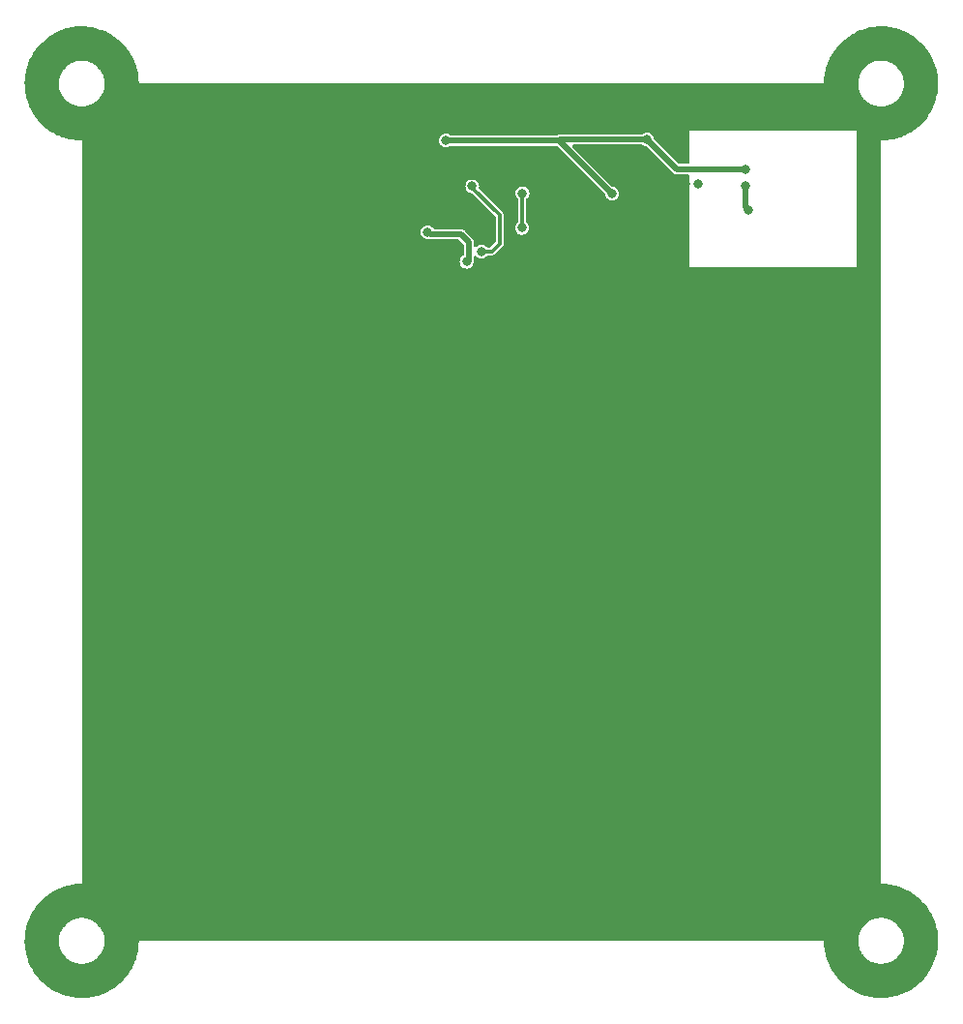
<source format=gbr>
%TF.GenerationSoftware,KiCad,Pcbnew,7.0.10*%
%TF.CreationDate,2024-04-10T17:33:26+08:00*%
%TF.ProjectId,solar_board_breakout,736f6c61-725f-4626-9f61-72645f627265,rev?*%
%TF.SameCoordinates,Original*%
%TF.FileFunction,Copper,L2,Bot*%
%TF.FilePolarity,Positive*%
%FSLAX46Y46*%
G04 Gerber Fmt 4.6, Leading zero omitted, Abs format (unit mm)*
G04 Created by KiCad (PCBNEW 7.0.10) date 2024-04-10 17:33:26*
%MOMM*%
%LPD*%
G01*
G04 APERTURE LIST*
%TA.AperFunction,ViaPad*%
%ADD10C,0.800000*%
%TD*%
%TA.AperFunction,Conductor*%
%ADD11C,0.500000*%
%TD*%
%TA.AperFunction,Conductor*%
%ADD12C,0.300000*%
%TD*%
G04 APERTURE END LIST*
D10*
%TO.N,3.3V*%
X125450000Y-84650000D03*
X137100000Y-82500000D03*
X110900000Y-80000000D03*
X128500000Y-79900000D03*
%TO.N,GND*%
X111300000Y-86500000D03*
X113400000Y-99200000D03*
X110900000Y-90500000D03*
X130700000Y-83800000D03*
X110900000Y-89500000D03*
X112600000Y-97100000D03*
X131900000Y-83800000D03*
X114300000Y-100200000D03*
X129500000Y-83800000D03*
X112400000Y-86500000D03*
X112600000Y-93400000D03*
X133000000Y-83800000D03*
X114300000Y-88700000D03*
X112500000Y-98300000D03*
X113600000Y-86500000D03*
X115000000Y-101200000D03*
X112600000Y-95800000D03*
X137100000Y-84000000D03*
X137400000Y-86100000D03*
X112600000Y-94600000D03*
X114300000Y-87700000D03*
X112600000Y-92200000D03*
%TO.N,VSYS*%
X112700000Y-90600000D03*
X109300000Y-88000000D03*
%TO.N,PWR_EN*%
X113200000Y-84000000D03*
X114000000Y-89700000D03*
%TO.N,MCU_TXD*%
X117540000Y-87640000D03*
X117600000Y-84600000D03*
%TD*%
D11*
%TO.N,3.3V*%
X120800000Y-80000000D02*
X110900000Y-80000000D01*
X120800000Y-80000000D02*
X120900000Y-79900000D01*
X125450000Y-84650000D02*
X120800000Y-80000000D01*
X120900000Y-79900000D02*
X128500000Y-79900000D01*
X131100000Y-82500000D02*
X128500000Y-79900000D01*
X137100000Y-82500000D02*
X131100000Y-82500000D01*
%TO.N,GND*%
X137400000Y-86100000D02*
X137100000Y-85800000D01*
X137100000Y-85800000D02*
X137100000Y-84000000D01*
%TO.N,VSYS*%
X112200000Y-88200000D02*
X109500000Y-88200000D01*
X112900000Y-90400000D02*
X112900000Y-88900000D01*
X109500000Y-88200000D02*
X109300000Y-88000000D01*
X112900000Y-88900000D02*
X112200000Y-88200000D01*
D12*
X109300000Y-88000000D02*
X109250000Y-87950000D01*
X112700000Y-90600000D02*
X112900000Y-90400000D01*
%TO.N,PWR_EN*%
X113200000Y-84100000D02*
X113200000Y-84000000D01*
X114000000Y-89700000D02*
X114900000Y-89700000D01*
X115600000Y-89000000D02*
X115600000Y-86500000D01*
X115600000Y-86500000D02*
X113200000Y-84100000D01*
X114900000Y-89700000D02*
X115600000Y-89000000D01*
%TO.N,MCU_TXD*%
X117540000Y-84660000D02*
X117600000Y-84600000D01*
X117540000Y-87640000D02*
X117540000Y-84660000D01*
%TD*%
%TA.AperFunction,Conductor*%
%TO.N,GND*%
G36*
X149070115Y-70003561D02*
G01*
X149302504Y-70013707D01*
X149306110Y-70013920D01*
X149502242Y-70028479D01*
X149509146Y-70029189D01*
X149739374Y-70059499D01*
X149743168Y-70060061D01*
X149937531Y-70092027D01*
X149944231Y-70093319D01*
X150170584Y-70143501D01*
X150174548Y-70144450D01*
X150365579Y-70193619D01*
X150371935Y-70195437D01*
X150505019Y-70237398D01*
X150592777Y-70265069D01*
X150596938Y-70266463D01*
X150640216Y-70281812D01*
X150783024Y-70332463D01*
X150788973Y-70334747D01*
X151002716Y-70423282D01*
X151006902Y-70425108D01*
X151186615Y-70507473D01*
X151192185Y-70510197D01*
X151397195Y-70616919D01*
X151401407Y-70619216D01*
X151573197Y-70717271D01*
X151578353Y-70720382D01*
X151654828Y-70769101D01*
X151773226Y-70844529D01*
X151777351Y-70847276D01*
X151939829Y-70960249D01*
X151944526Y-70963681D01*
X152127758Y-71104280D01*
X152131821Y-71107535D01*
X152283687Y-71234540D01*
X152287911Y-71238239D01*
X152458134Y-71394220D01*
X152462042Y-71397961D01*
X152602037Y-71537956D01*
X152605778Y-71541864D01*
X152761759Y-71712087D01*
X152765458Y-71716311D01*
X152892463Y-71868177D01*
X152895718Y-71872240D01*
X153036317Y-72055472D01*
X153039749Y-72060169D01*
X153152709Y-72222628D01*
X153155482Y-72226792D01*
X153279616Y-72421645D01*
X153282727Y-72426801D01*
X153380782Y-72598591D01*
X153383079Y-72602803D01*
X153489795Y-72807802D01*
X153492531Y-72813396D01*
X153574885Y-72993085D01*
X153576721Y-72997295D01*
X153665240Y-73210998D01*
X153667546Y-73217002D01*
X153733535Y-73403060D01*
X153734929Y-73407221D01*
X153804557Y-73628051D01*
X153806382Y-73634430D01*
X153855535Y-73825397D01*
X153856510Y-73829468D01*
X153906677Y-74055761D01*
X153907972Y-74062475D01*
X153939926Y-74256758D01*
X153940509Y-74260697D01*
X153970803Y-74490801D01*
X153971524Y-74497807D01*
X153986073Y-74693807D01*
X153986295Y-74697577D01*
X153996436Y-74929839D01*
X153996540Y-74937086D01*
X153993634Y-75133125D01*
X153993530Y-75136695D01*
X153983369Y-75369444D01*
X153982820Y-75376876D01*
X153962574Y-75571351D01*
X153962180Y-75574697D01*
X153931701Y-75806201D01*
X153930468Y-75813755D01*
X153893153Y-76005053D01*
X153892508Y-76008152D01*
X153841828Y-76236754D01*
X153839884Y-76244369D01*
X153785929Y-76430909D01*
X153785073Y-76433742D01*
X153714446Y-76657743D01*
X153711773Y-76665351D01*
X153641769Y-76845586D01*
X153640742Y-76848144D01*
X153550540Y-77065909D01*
X153547124Y-77073437D01*
X153461825Y-77245871D01*
X153460669Y-77248147D01*
X153351364Y-77458118D01*
X153347198Y-77465494D01*
X153247587Y-77628587D01*
X153246345Y-77630579D01*
X153118473Y-77831298D01*
X153113558Y-77838447D01*
X153000699Y-77990915D01*
X152999409Y-77992628D01*
X152853661Y-78182569D01*
X152848007Y-78189415D01*
X152723249Y-78329916D01*
X152721949Y-78331356D01*
X152558969Y-78509217D01*
X152552592Y-78515685D01*
X152417537Y-78642963D01*
X152416265Y-78644144D01*
X152236682Y-78808702D01*
X152229604Y-78814717D01*
X152086161Y-78927625D01*
X152084953Y-78928564D01*
X151889303Y-79078692D01*
X151881557Y-79084178D01*
X151731784Y-79181863D01*
X151730668Y-79182581D01*
X151519515Y-79317101D01*
X151511141Y-79321987D01*
X151358025Y-79403465D01*
X151357031Y-79403988D01*
X151130178Y-79522080D01*
X151121221Y-79526297D01*
X150968577Y-79590853D01*
X150967730Y-79591208D01*
X150724316Y-79692033D01*
X150714832Y-79695516D01*
X150568704Y-79742518D01*
X150568022Y-79742735D01*
X150305042Y-79825652D01*
X150295092Y-79828340D01*
X150167022Y-79857286D01*
X150166523Y-79857398D01*
X149875648Y-79921883D01*
X149865299Y-79923721D01*
X149786012Y-79934359D01*
X149785709Y-79934399D01*
X149441104Y-79979768D01*
X149430327Y-79980711D01*
X149003667Y-79999339D01*
X148999573Y-79999426D01*
X148999500Y-79999500D01*
X148999500Y-145000500D01*
X148999586Y-145000586D01*
X149003851Y-145000667D01*
X149430348Y-145019289D01*
X149441084Y-145020229D01*
X149785670Y-145065594D01*
X149785956Y-145065721D01*
X149785968Y-145065634D01*
X149865305Y-145076278D01*
X149875639Y-145078113D01*
X150166834Y-145142669D01*
X150295111Y-145171663D01*
X150305036Y-145174344D01*
X150568191Y-145257317D01*
X150568452Y-145257400D01*
X150714844Y-145304486D01*
X150724297Y-145307958D01*
X150967977Y-145408893D01*
X150968416Y-145409077D01*
X151121239Y-145473709D01*
X151130162Y-145477910D01*
X151357215Y-145596107D01*
X151357840Y-145596436D01*
X151511158Y-145678021D01*
X151519502Y-145682889D01*
X151709006Y-145803617D01*
X151730668Y-145817417D01*
X151731720Y-145818094D01*
X151881573Y-145915831D01*
X151889303Y-145921306D01*
X152084953Y-146071434D01*
X152086098Y-146072324D01*
X152229626Y-146185299D01*
X152236682Y-146191296D01*
X152416265Y-146355854D01*
X152417537Y-146357035D01*
X152552592Y-146484313D01*
X152558969Y-146490781D01*
X152721949Y-146668642D01*
X152723249Y-146670082D01*
X152848007Y-146810583D01*
X152853661Y-146817429D01*
X152999447Y-147007420D01*
X153000699Y-147009083D01*
X153113558Y-147161551D01*
X153118473Y-147168700D01*
X153246345Y-147369419D01*
X153247587Y-147371411D01*
X153347198Y-147534504D01*
X153351364Y-147541880D01*
X153460669Y-147751851D01*
X153461825Y-147754127D01*
X153547124Y-147926561D01*
X153550540Y-147934089D01*
X153640742Y-148151854D01*
X153641744Y-148154351D01*
X153711777Y-148334660D01*
X153714446Y-148342255D01*
X153785073Y-148566256D01*
X153785929Y-148569089D01*
X153839884Y-148755629D01*
X153841828Y-148763244D01*
X153892508Y-148991846D01*
X153893153Y-148994945D01*
X153930468Y-149186243D01*
X153931701Y-149193797D01*
X153962180Y-149425301D01*
X153962574Y-149428647D01*
X153982820Y-149623122D01*
X153983369Y-149630554D01*
X153993530Y-149863303D01*
X153993634Y-149866873D01*
X153996540Y-150062912D01*
X153996436Y-150070159D01*
X153986295Y-150302421D01*
X153986073Y-150306191D01*
X153971524Y-150502191D01*
X153970803Y-150509197D01*
X153940509Y-150739301D01*
X153939926Y-150743240D01*
X153907972Y-150937523D01*
X153906677Y-150944237D01*
X153856510Y-151170530D01*
X153855535Y-151174601D01*
X153806382Y-151365568D01*
X153804557Y-151371947D01*
X153734929Y-151592777D01*
X153733535Y-151596938D01*
X153667546Y-151782996D01*
X153665240Y-151789000D01*
X153576721Y-152002703D01*
X153574885Y-152006913D01*
X153492531Y-152186602D01*
X153489795Y-152192196D01*
X153383079Y-152397195D01*
X153380782Y-152401407D01*
X153282727Y-152573197D01*
X153279616Y-152578353D01*
X153155482Y-152773206D01*
X153152709Y-152777370D01*
X153039749Y-152939829D01*
X153036317Y-152944526D01*
X152895718Y-153127758D01*
X152892463Y-153131821D01*
X152765458Y-153283687D01*
X152761759Y-153287911D01*
X152605778Y-153458134D01*
X152602037Y-153462042D01*
X152462042Y-153602037D01*
X152458134Y-153605778D01*
X152287911Y-153761759D01*
X152283687Y-153765458D01*
X152131821Y-153892463D01*
X152127758Y-153895718D01*
X151944526Y-154036317D01*
X151939829Y-154039749D01*
X151777370Y-154152709D01*
X151773206Y-154155482D01*
X151578353Y-154279616D01*
X151573197Y-154282727D01*
X151401407Y-154380782D01*
X151397195Y-154383079D01*
X151192196Y-154489795D01*
X151186602Y-154492531D01*
X151006913Y-154574885D01*
X151002703Y-154576721D01*
X150789000Y-154665240D01*
X150782996Y-154667546D01*
X150596938Y-154733535D01*
X150592777Y-154734929D01*
X150371947Y-154804557D01*
X150365568Y-154806382D01*
X150174601Y-154855535D01*
X150170530Y-154856510D01*
X149944237Y-154906677D01*
X149937523Y-154907972D01*
X149743240Y-154939926D01*
X149739301Y-154940509D01*
X149509197Y-154970803D01*
X149502191Y-154971524D01*
X149306191Y-154986073D01*
X149302421Y-154986295D01*
X149070159Y-154996436D01*
X149062912Y-154996540D01*
X148866873Y-154993634D01*
X148863303Y-154993530D01*
X148630554Y-154983369D01*
X148623122Y-154982820D01*
X148428647Y-154962574D01*
X148425301Y-154962180D01*
X148193797Y-154931701D01*
X148186243Y-154930468D01*
X147994945Y-154893153D01*
X147991846Y-154892508D01*
X147763244Y-154841828D01*
X147755629Y-154839884D01*
X147569089Y-154785929D01*
X147566256Y-154785073D01*
X147342255Y-154714446D01*
X147334660Y-154711777D01*
X147154351Y-154641744D01*
X147151854Y-154640742D01*
X146934089Y-154550540D01*
X146926561Y-154547124D01*
X146754127Y-154461825D01*
X146751851Y-154460669D01*
X146541880Y-154351364D01*
X146534504Y-154347198D01*
X146371411Y-154247587D01*
X146369419Y-154246345D01*
X146168700Y-154118473D01*
X146161551Y-154113558D01*
X146009083Y-154000699D01*
X146007420Y-153999447D01*
X145867996Y-153892463D01*
X145817429Y-153853661D01*
X145810583Y-153848007D01*
X145670082Y-153723249D01*
X145668642Y-153721949D01*
X145490781Y-153558969D01*
X145484313Y-153552592D01*
X145357035Y-153417537D01*
X145355854Y-153416265D01*
X145191296Y-153236682D01*
X145185299Y-153229626D01*
X145072324Y-153086098D01*
X145071434Y-153084953D01*
X144921306Y-152889303D01*
X144915831Y-152881573D01*
X144818094Y-152731720D01*
X144817417Y-152730668D01*
X144791079Y-152689326D01*
X144682889Y-152519502D01*
X144678021Y-152511158D01*
X144596436Y-152357840D01*
X144596107Y-152357215D01*
X144477910Y-152130162D01*
X144473709Y-152121239D01*
X144409077Y-151968416D01*
X144408893Y-151967977D01*
X144307958Y-151724297D01*
X144304486Y-151714844D01*
X144257400Y-151568452D01*
X144257317Y-151568191D01*
X144174344Y-151305036D01*
X144171663Y-151295111D01*
X144142669Y-151166834D01*
X144078113Y-150875639D01*
X144076278Y-150865305D01*
X144065633Y-150785962D01*
X144065594Y-150785665D01*
X144054293Y-150699824D01*
X144020229Y-150441084D01*
X144019289Y-150430348D01*
X144000671Y-150003946D01*
X144000599Y-150000001D01*
X146994390Y-150000001D01*
X146997367Y-150041635D01*
X147002099Y-150107793D01*
X147002232Y-150109645D01*
X147002548Y-150118491D01*
X147002548Y-150142860D01*
X147006016Y-150166981D01*
X147006962Y-150175782D01*
X147014804Y-150285428D01*
X147014805Y-150285435D01*
X147038168Y-150392834D01*
X147039739Y-150401539D01*
X147043210Y-150425675D01*
X147050077Y-150449065D01*
X147052264Y-150457635D01*
X147075630Y-150565046D01*
X147075631Y-150565047D01*
X147114046Y-150668044D01*
X147116840Y-150676438D01*
X147123706Y-150699820D01*
X147123708Y-150699824D01*
X147133827Y-150721983D01*
X147137213Y-150730157D01*
X147175632Y-150833159D01*
X147175635Y-150833166D01*
X147228314Y-150929640D01*
X147232275Y-150937553D01*
X147242398Y-150959719D01*
X147242401Y-150959724D01*
X147255572Y-150980219D01*
X147260087Y-150987829D01*
X147312773Y-151084314D01*
X147312776Y-151084318D01*
X147378650Y-151172316D01*
X147383697Y-151179584D01*
X147396873Y-151200086D01*
X147396876Y-151200089D01*
X147396883Y-151200098D01*
X147412834Y-151218507D01*
X147418388Y-151225399D01*
X147484254Y-151313387D01*
X147484260Y-151313393D01*
X147484261Y-151313395D01*
X147561991Y-151391125D01*
X147568012Y-151397593D01*
X147583972Y-151416012D01*
X147583976Y-151416015D01*
X147583980Y-151416020D01*
X147602416Y-151431995D01*
X147608863Y-151437997D01*
X147686605Y-151515739D01*
X147774635Y-151581637D01*
X147781482Y-151587156D01*
X147799911Y-151603124D01*
X147799914Y-151603127D01*
X147799921Y-151603132D01*
X147820414Y-151616302D01*
X147827686Y-151621351D01*
X147915682Y-151687224D01*
X147915690Y-151687229D01*
X148012166Y-151739909D01*
X148019769Y-151744420D01*
X148040278Y-151757600D01*
X148062452Y-151767726D01*
X148070342Y-151771675D01*
X148166839Y-151824367D01*
X148269851Y-151862788D01*
X148277998Y-151866163D01*
X148300179Y-151876293D01*
X148320480Y-151882254D01*
X148323552Y-151883156D01*
X148331951Y-151885951D01*
X148348589Y-151892156D01*
X148434954Y-151924369D01*
X148542364Y-151947734D01*
X148550921Y-151949917D01*
X148574326Y-151956790D01*
X148598483Y-151960263D01*
X148607122Y-151961821D01*
X148714572Y-151985196D01*
X148824241Y-151993039D01*
X148833001Y-151993981D01*
X148857137Y-151997451D01*
X148857138Y-151997452D01*
X148881507Y-151997452D01*
X148890353Y-151997768D01*
X148999999Y-152005610D01*
X149000000Y-152005610D01*
X149000001Y-152005610D01*
X149109647Y-151997768D01*
X149118493Y-151997452D01*
X149142862Y-151997452D01*
X149144503Y-151997215D01*
X149167022Y-151993978D01*
X149175727Y-151993041D01*
X149285428Y-151985196D01*
X149392872Y-151961822D01*
X149401516Y-151960263D01*
X149425674Y-151956790D01*
X149449078Y-151949917D01*
X149457595Y-151947743D01*
X149565046Y-151924369D01*
X149668067Y-151885943D01*
X149676415Y-151883165D01*
X149699821Y-151876293D01*
X149722006Y-151866161D01*
X149730139Y-151862792D01*
X149833161Y-151824367D01*
X149833165Y-151824364D01*
X149833171Y-151824362D01*
X149881590Y-151797922D01*
X149929646Y-151771681D01*
X149937524Y-151767737D01*
X149959722Y-151757600D01*
X149980234Y-151744417D01*
X149987812Y-151739920D01*
X150084315Y-151687226D01*
X150172344Y-151621327D01*
X150179560Y-151616318D01*
X150200086Y-151603127D01*
X150218527Y-151587146D01*
X150225371Y-151581632D01*
X150313395Y-151515739D01*
X150391139Y-151437994D01*
X150397575Y-151432001D01*
X150416020Y-151416020D01*
X150432001Y-151397575D01*
X150437994Y-151391139D01*
X150515739Y-151313395D01*
X150581632Y-151225371D01*
X150587146Y-151218527D01*
X150603127Y-151200086D01*
X150616318Y-151179560D01*
X150621327Y-151172344D01*
X150687226Y-151084315D01*
X150739920Y-150987812D01*
X150744417Y-150980234D01*
X150757600Y-150959722D01*
X150767738Y-150937523D01*
X150771687Y-150929636D01*
X150824362Y-150833171D01*
X150824368Y-150833158D01*
X150842082Y-150785665D01*
X150862792Y-150730139D01*
X150866161Y-150722006D01*
X150876293Y-150699821D01*
X150883165Y-150676415D01*
X150885943Y-150668067D01*
X150924369Y-150565046D01*
X150947743Y-150457595D01*
X150949917Y-150449078D01*
X150956790Y-150425674D01*
X150960263Y-150401516D01*
X150961822Y-150392872D01*
X150985196Y-150285428D01*
X150993040Y-150175752D01*
X150993980Y-150167004D01*
X150997452Y-150142861D01*
X150998077Y-150107793D01*
X150998370Y-150101225D01*
X151005610Y-150000000D01*
X150998370Y-149898777D01*
X150998077Y-149892203D01*
X150997452Y-149857139D01*
X150997451Y-149857135D01*
X150996842Y-149852899D01*
X150993981Y-149833004D01*
X150993039Y-149824241D01*
X150985196Y-149714572D01*
X150961821Y-149607122D01*
X150960263Y-149598483D01*
X150956790Y-149574326D01*
X150949917Y-149550921D01*
X150947733Y-149542358D01*
X150924369Y-149434954D01*
X150885951Y-149331951D01*
X150883156Y-149323552D01*
X150876295Y-149300187D01*
X150876293Y-149300179D01*
X150866163Y-149277998D01*
X150862784Y-149269840D01*
X150824367Y-149166839D01*
X150771675Y-149070342D01*
X150767726Y-149062452D01*
X150757600Y-149040278D01*
X150744419Y-149019768D01*
X150739909Y-149012166D01*
X150687229Y-148915690D01*
X150687224Y-148915682D01*
X150621351Y-148827686D01*
X150616302Y-148820414D01*
X150603132Y-148799921D01*
X150603127Y-148799914D01*
X150587156Y-148781482D01*
X150581637Y-148774635D01*
X150515739Y-148686605D01*
X150437997Y-148608863D01*
X150431995Y-148602416D01*
X150416020Y-148583980D01*
X150416015Y-148583976D01*
X150416012Y-148583972D01*
X150397593Y-148568012D01*
X150391125Y-148561991D01*
X150313395Y-148484261D01*
X150313393Y-148484260D01*
X150313387Y-148484254D01*
X150225399Y-148418388D01*
X150218507Y-148412834D01*
X150200098Y-148396883D01*
X150200093Y-148396879D01*
X150200086Y-148396873D01*
X150185911Y-148387763D01*
X150179584Y-148383697D01*
X150172316Y-148378650D01*
X150084318Y-148312776D01*
X150084314Y-148312773D01*
X149987829Y-148260087D01*
X149980219Y-148255572D01*
X149959724Y-148242401D01*
X149959719Y-148242398D01*
X149937553Y-148232275D01*
X149929640Y-148228314D01*
X149833166Y-148175635D01*
X149833159Y-148175632D01*
X149730157Y-148137213D01*
X149721983Y-148133827D01*
X149699824Y-148123708D01*
X149699820Y-148123706D01*
X149676438Y-148116840D01*
X149668044Y-148114046D01*
X149565047Y-148075631D01*
X149565046Y-148075630D01*
X149457635Y-148052264D01*
X149449065Y-148050077D01*
X149425675Y-148043210D01*
X149401539Y-148039739D01*
X149392834Y-148038168D01*
X149285435Y-148014805D01*
X149285428Y-148014804D01*
X149175782Y-148006962D01*
X149166983Y-148006016D01*
X149142861Y-148002548D01*
X149142860Y-148002548D01*
X149118493Y-148002548D01*
X149109647Y-148002232D01*
X149000001Y-147994390D01*
X148999999Y-147994390D01*
X148890353Y-148002232D01*
X148881507Y-148002548D01*
X148857135Y-148002548D01*
X148833015Y-148006016D01*
X148824216Y-148006962D01*
X148714571Y-148014804D01*
X148714564Y-148014805D01*
X148607157Y-148038170D01*
X148598449Y-148039741D01*
X148574335Y-148043208D01*
X148574325Y-148043210D01*
X148550935Y-148050077D01*
X148542368Y-148052263D01*
X148434950Y-148075631D01*
X148434947Y-148075632D01*
X148331956Y-148114045D01*
X148323565Y-148116838D01*
X148300181Y-148123705D01*
X148278001Y-148133834D01*
X148269827Y-148137219D01*
X148166845Y-148175630D01*
X148166831Y-148175636D01*
X148070360Y-148228312D01*
X148062455Y-148232270D01*
X148040277Y-148242400D01*
X148019768Y-148255579D01*
X148012163Y-148260091D01*
X147915688Y-148312771D01*
X147827673Y-148378656D01*
X147820411Y-148383698D01*
X147799914Y-148396872D01*
X147781493Y-148412833D01*
X147774605Y-148418383D01*
X147686619Y-148484249D01*
X147686604Y-148484262D01*
X147608873Y-148561991D01*
X147602399Y-148568018D01*
X147583979Y-148583979D01*
X147568018Y-148602399D01*
X147561991Y-148608873D01*
X147484262Y-148686604D01*
X147484249Y-148686619D01*
X147418383Y-148774605D01*
X147412833Y-148781493D01*
X147396872Y-148799914D01*
X147383698Y-148820411D01*
X147378656Y-148827673D01*
X147312771Y-148915688D01*
X147260091Y-149012163D01*
X147255579Y-149019768D01*
X147242400Y-149040277D01*
X147232270Y-149062455D01*
X147228312Y-149070360D01*
X147175636Y-149166831D01*
X147175630Y-149166845D01*
X147137219Y-149269827D01*
X147133834Y-149278001D01*
X147123705Y-149300181D01*
X147116838Y-149323565D01*
X147114045Y-149331956D01*
X147075632Y-149434947D01*
X147075631Y-149434950D01*
X147052263Y-149542368D01*
X147050077Y-149550935D01*
X147043210Y-149574325D01*
X147043208Y-149574335D01*
X147039741Y-149598449D01*
X147038170Y-149607157D01*
X147014805Y-149714564D01*
X147014804Y-149714571D01*
X147006962Y-149824216D01*
X147006016Y-149833015D01*
X147002548Y-149857135D01*
X147002548Y-149881507D01*
X147002232Y-149890353D01*
X146994390Y-149999999D01*
X146994390Y-150000001D01*
X144000599Y-150000001D01*
X144000592Y-149999592D01*
X144000500Y-149999500D01*
X144000099Y-149999500D01*
X84000500Y-149999500D01*
X83999500Y-149999500D01*
X83999421Y-149999578D01*
X83999336Y-150003738D01*
X83980711Y-150430327D01*
X83979768Y-150441103D01*
X83934405Y-150785665D01*
X83934365Y-150785970D01*
X83923721Y-150865300D01*
X83921883Y-150875648D01*
X83857398Y-151166523D01*
X83857286Y-151167022D01*
X83828340Y-151295092D01*
X83825652Y-151305042D01*
X83742735Y-151568022D01*
X83742518Y-151568704D01*
X83695516Y-151714832D01*
X83692033Y-151724316D01*
X83591208Y-151967730D01*
X83590853Y-151968577D01*
X83526297Y-152121221D01*
X83522080Y-152130178D01*
X83403988Y-152357031D01*
X83403465Y-152358025D01*
X83321987Y-152511141D01*
X83317101Y-152519515D01*
X83182581Y-152730668D01*
X83181863Y-152731784D01*
X83084178Y-152881557D01*
X83078692Y-152889303D01*
X82928564Y-153084953D01*
X82927625Y-153086161D01*
X82814717Y-153229604D01*
X82808702Y-153236682D01*
X82644144Y-153416265D01*
X82642963Y-153417537D01*
X82515685Y-153552592D01*
X82509217Y-153558969D01*
X82331356Y-153721949D01*
X82329916Y-153723249D01*
X82189415Y-153848007D01*
X82182569Y-153853661D01*
X81992628Y-153999409D01*
X81990915Y-154000699D01*
X81838447Y-154113558D01*
X81831298Y-154118473D01*
X81630579Y-154246345D01*
X81628587Y-154247587D01*
X81465494Y-154347198D01*
X81458118Y-154351364D01*
X81248147Y-154460669D01*
X81245871Y-154461825D01*
X81073437Y-154547124D01*
X81065909Y-154550540D01*
X80848144Y-154640742D01*
X80845586Y-154641769D01*
X80665351Y-154711773D01*
X80657743Y-154714446D01*
X80433742Y-154785073D01*
X80430909Y-154785929D01*
X80244369Y-154839884D01*
X80236754Y-154841828D01*
X80008152Y-154892508D01*
X80005053Y-154893153D01*
X79813755Y-154930468D01*
X79806201Y-154931701D01*
X79574697Y-154962180D01*
X79571351Y-154962574D01*
X79376876Y-154982820D01*
X79369444Y-154983369D01*
X79136695Y-154993530D01*
X79133125Y-154993634D01*
X78937086Y-154996540D01*
X78929839Y-154996436D01*
X78697577Y-154986295D01*
X78693807Y-154986073D01*
X78497807Y-154971524D01*
X78490801Y-154970803D01*
X78260697Y-154940509D01*
X78256758Y-154939926D01*
X78062475Y-154907972D01*
X78055761Y-154906677D01*
X77829468Y-154856510D01*
X77825397Y-154855535D01*
X77634430Y-154806382D01*
X77628051Y-154804557D01*
X77407221Y-154734929D01*
X77403060Y-154733535D01*
X77217002Y-154667546D01*
X77210998Y-154665240D01*
X76997295Y-154576721D01*
X76993085Y-154574885D01*
X76813396Y-154492531D01*
X76807802Y-154489795D01*
X76602803Y-154383079D01*
X76598591Y-154380782D01*
X76426801Y-154282727D01*
X76421645Y-154279616D01*
X76226792Y-154155482D01*
X76222628Y-154152709D01*
X76060169Y-154039749D01*
X76055472Y-154036317D01*
X75872240Y-153895718D01*
X75868177Y-153892463D01*
X75716311Y-153765458D01*
X75712087Y-153761759D01*
X75541864Y-153605778D01*
X75537956Y-153602037D01*
X75397961Y-153462042D01*
X75394220Y-153458134D01*
X75238239Y-153287911D01*
X75234540Y-153283687D01*
X75107535Y-153131821D01*
X75104280Y-153127758D01*
X74963681Y-152944526D01*
X74960249Y-152939829D01*
X74847276Y-152777351D01*
X74844529Y-152773226D01*
X74720382Y-152578353D01*
X74717271Y-152573197D01*
X74619216Y-152401407D01*
X74616919Y-152397195D01*
X74510197Y-152192185D01*
X74507467Y-152186602D01*
X74490841Y-152150326D01*
X74425108Y-152006902D01*
X74423277Y-152002703D01*
X74334747Y-151788973D01*
X74332463Y-151783024D01*
X74281812Y-151640216D01*
X74266463Y-151596938D01*
X74265069Y-151592777D01*
X74195441Y-151371947D01*
X74193616Y-151365568D01*
X74181356Y-151317936D01*
X74144450Y-151174548D01*
X74143501Y-151170584D01*
X74093319Y-150944231D01*
X74092026Y-150937523D01*
X74060061Y-150743168D01*
X74059499Y-150739374D01*
X74029189Y-150509146D01*
X74028479Y-150502242D01*
X74013920Y-150306110D01*
X74013707Y-150302504D01*
X74003561Y-150070115D01*
X74003458Y-150062959D01*
X74004391Y-150000001D01*
X76994390Y-150000001D01*
X76997367Y-150041635D01*
X77002099Y-150107793D01*
X77002232Y-150109645D01*
X77002548Y-150118491D01*
X77002548Y-150142860D01*
X77006016Y-150166981D01*
X77006962Y-150175782D01*
X77014804Y-150285428D01*
X77014805Y-150285435D01*
X77038168Y-150392834D01*
X77039739Y-150401539D01*
X77043210Y-150425675D01*
X77050077Y-150449065D01*
X77052264Y-150457635D01*
X77075630Y-150565046D01*
X77075631Y-150565047D01*
X77114046Y-150668044D01*
X77116840Y-150676438D01*
X77123706Y-150699820D01*
X77123708Y-150699824D01*
X77133827Y-150721983D01*
X77137213Y-150730157D01*
X77175632Y-150833159D01*
X77175635Y-150833166D01*
X77228314Y-150929640D01*
X77232275Y-150937553D01*
X77242398Y-150959719D01*
X77242401Y-150959724D01*
X77255572Y-150980219D01*
X77260087Y-150987829D01*
X77312773Y-151084314D01*
X77312776Y-151084318D01*
X77378650Y-151172316D01*
X77383697Y-151179584D01*
X77396873Y-151200086D01*
X77396876Y-151200089D01*
X77396883Y-151200098D01*
X77412834Y-151218507D01*
X77418388Y-151225399D01*
X77484254Y-151313387D01*
X77484260Y-151313393D01*
X77484261Y-151313395D01*
X77561991Y-151391125D01*
X77568012Y-151397593D01*
X77583972Y-151416012D01*
X77583976Y-151416015D01*
X77583980Y-151416020D01*
X77602416Y-151431995D01*
X77608863Y-151437997D01*
X77686605Y-151515739D01*
X77774635Y-151581637D01*
X77781482Y-151587156D01*
X77799911Y-151603124D01*
X77799914Y-151603127D01*
X77799921Y-151603132D01*
X77820414Y-151616302D01*
X77827686Y-151621351D01*
X77915682Y-151687224D01*
X77915690Y-151687229D01*
X78012166Y-151739909D01*
X78019769Y-151744420D01*
X78040278Y-151757600D01*
X78062452Y-151767726D01*
X78070342Y-151771675D01*
X78166839Y-151824367D01*
X78269851Y-151862788D01*
X78277998Y-151866163D01*
X78300179Y-151876293D01*
X78320480Y-151882254D01*
X78323552Y-151883156D01*
X78331951Y-151885951D01*
X78348589Y-151892156D01*
X78434954Y-151924369D01*
X78542364Y-151947734D01*
X78550921Y-151949917D01*
X78574326Y-151956790D01*
X78598483Y-151960263D01*
X78607122Y-151961821D01*
X78714572Y-151985196D01*
X78824241Y-151993039D01*
X78833001Y-151993981D01*
X78857137Y-151997451D01*
X78857138Y-151997452D01*
X78881507Y-151997452D01*
X78890353Y-151997768D01*
X78999999Y-152005610D01*
X79000000Y-152005610D01*
X79000001Y-152005610D01*
X79109647Y-151997768D01*
X79118493Y-151997452D01*
X79142862Y-151997452D01*
X79144503Y-151997215D01*
X79167022Y-151993978D01*
X79175727Y-151993041D01*
X79285428Y-151985196D01*
X79392872Y-151961822D01*
X79401516Y-151960263D01*
X79425674Y-151956790D01*
X79449078Y-151949917D01*
X79457595Y-151947743D01*
X79565046Y-151924369D01*
X79668067Y-151885943D01*
X79676415Y-151883165D01*
X79699821Y-151876293D01*
X79722006Y-151866161D01*
X79730139Y-151862792D01*
X79833161Y-151824367D01*
X79833165Y-151824364D01*
X79833171Y-151824362D01*
X79881590Y-151797922D01*
X79929646Y-151771681D01*
X79937524Y-151767737D01*
X79959722Y-151757600D01*
X79980234Y-151744417D01*
X79987812Y-151739920D01*
X80084315Y-151687226D01*
X80172344Y-151621327D01*
X80179560Y-151616318D01*
X80200086Y-151603127D01*
X80218527Y-151587146D01*
X80225371Y-151581632D01*
X80313395Y-151515739D01*
X80391139Y-151437994D01*
X80397575Y-151432001D01*
X80416020Y-151416020D01*
X80432001Y-151397575D01*
X80437994Y-151391139D01*
X80515739Y-151313395D01*
X80581632Y-151225371D01*
X80587146Y-151218527D01*
X80603127Y-151200086D01*
X80616318Y-151179560D01*
X80621327Y-151172344D01*
X80687226Y-151084315D01*
X80739920Y-150987812D01*
X80744417Y-150980234D01*
X80757600Y-150959722D01*
X80767738Y-150937523D01*
X80771687Y-150929636D01*
X80824362Y-150833171D01*
X80824368Y-150833158D01*
X80842082Y-150785665D01*
X80862792Y-150730139D01*
X80866161Y-150722006D01*
X80876293Y-150699821D01*
X80883165Y-150676415D01*
X80885943Y-150668067D01*
X80924369Y-150565046D01*
X80947743Y-150457595D01*
X80949917Y-150449078D01*
X80956790Y-150425674D01*
X80960263Y-150401516D01*
X80961822Y-150392872D01*
X80985196Y-150285428D01*
X80993040Y-150175752D01*
X80993980Y-150167004D01*
X80997452Y-150142861D01*
X80998077Y-150107793D01*
X80998370Y-150101225D01*
X81005610Y-150000000D01*
X80998370Y-149898777D01*
X80998077Y-149892203D01*
X80997452Y-149857139D01*
X80997451Y-149857135D01*
X80996842Y-149852899D01*
X80993981Y-149833004D01*
X80993039Y-149824241D01*
X80985196Y-149714572D01*
X80961821Y-149607122D01*
X80960263Y-149598483D01*
X80956790Y-149574326D01*
X80949917Y-149550921D01*
X80947733Y-149542358D01*
X80924369Y-149434954D01*
X80885951Y-149331951D01*
X80883156Y-149323552D01*
X80876295Y-149300187D01*
X80876293Y-149300179D01*
X80866163Y-149277998D01*
X80862784Y-149269840D01*
X80824367Y-149166839D01*
X80771675Y-149070342D01*
X80767726Y-149062452D01*
X80757600Y-149040278D01*
X80744419Y-149019768D01*
X80739909Y-149012166D01*
X80687229Y-148915690D01*
X80687224Y-148915682D01*
X80621351Y-148827686D01*
X80616302Y-148820414D01*
X80603132Y-148799921D01*
X80603127Y-148799914D01*
X80587156Y-148781482D01*
X80581637Y-148774635D01*
X80515739Y-148686605D01*
X80437997Y-148608863D01*
X80431995Y-148602416D01*
X80416020Y-148583980D01*
X80416015Y-148583976D01*
X80416012Y-148583972D01*
X80397593Y-148568012D01*
X80391125Y-148561991D01*
X80313395Y-148484261D01*
X80313393Y-148484260D01*
X80313387Y-148484254D01*
X80225399Y-148418388D01*
X80218507Y-148412834D01*
X80200098Y-148396883D01*
X80200093Y-148396879D01*
X80200086Y-148396873D01*
X80185911Y-148387763D01*
X80179584Y-148383697D01*
X80172316Y-148378650D01*
X80084318Y-148312776D01*
X80084314Y-148312773D01*
X79987829Y-148260087D01*
X79980219Y-148255572D01*
X79959724Y-148242401D01*
X79959719Y-148242398D01*
X79937553Y-148232275D01*
X79929640Y-148228314D01*
X79833166Y-148175635D01*
X79833159Y-148175632D01*
X79730157Y-148137213D01*
X79721983Y-148133827D01*
X79699824Y-148123708D01*
X79699820Y-148123706D01*
X79676438Y-148116840D01*
X79668044Y-148114046D01*
X79565047Y-148075631D01*
X79565046Y-148075630D01*
X79457635Y-148052264D01*
X79449065Y-148050077D01*
X79425675Y-148043210D01*
X79401539Y-148039739D01*
X79392834Y-148038168D01*
X79285435Y-148014805D01*
X79285428Y-148014804D01*
X79175782Y-148006962D01*
X79166983Y-148006016D01*
X79142861Y-148002548D01*
X79142860Y-148002548D01*
X79118493Y-148002548D01*
X79109647Y-148002232D01*
X79000001Y-147994390D01*
X78999999Y-147994390D01*
X78890353Y-148002232D01*
X78881507Y-148002548D01*
X78857135Y-148002548D01*
X78833015Y-148006016D01*
X78824216Y-148006962D01*
X78714571Y-148014804D01*
X78714564Y-148014805D01*
X78607157Y-148038170D01*
X78598449Y-148039741D01*
X78574335Y-148043208D01*
X78574325Y-148043210D01*
X78550935Y-148050077D01*
X78542368Y-148052263D01*
X78434950Y-148075631D01*
X78434947Y-148075632D01*
X78331956Y-148114045D01*
X78323565Y-148116838D01*
X78300181Y-148123705D01*
X78278001Y-148133834D01*
X78269827Y-148137219D01*
X78166845Y-148175630D01*
X78166831Y-148175636D01*
X78070360Y-148228312D01*
X78062455Y-148232270D01*
X78040277Y-148242400D01*
X78019768Y-148255579D01*
X78012163Y-148260091D01*
X77915688Y-148312771D01*
X77827673Y-148378656D01*
X77820411Y-148383698D01*
X77799914Y-148396872D01*
X77781493Y-148412833D01*
X77774605Y-148418383D01*
X77686619Y-148484249D01*
X77686604Y-148484262D01*
X77608873Y-148561991D01*
X77602399Y-148568018D01*
X77583979Y-148583979D01*
X77568018Y-148602399D01*
X77561991Y-148608873D01*
X77484262Y-148686604D01*
X77484249Y-148686619D01*
X77418383Y-148774605D01*
X77412833Y-148781493D01*
X77396872Y-148799914D01*
X77383698Y-148820411D01*
X77378656Y-148827673D01*
X77312771Y-148915688D01*
X77260091Y-149012163D01*
X77255579Y-149019768D01*
X77242400Y-149040277D01*
X77232270Y-149062455D01*
X77228312Y-149070360D01*
X77175636Y-149166831D01*
X77175630Y-149166845D01*
X77137219Y-149269827D01*
X77133834Y-149278001D01*
X77123705Y-149300181D01*
X77116838Y-149323565D01*
X77114045Y-149331956D01*
X77075632Y-149434947D01*
X77075631Y-149434950D01*
X77052263Y-149542368D01*
X77050077Y-149550935D01*
X77043210Y-149574325D01*
X77043208Y-149574335D01*
X77039741Y-149598449D01*
X77038170Y-149607157D01*
X77014805Y-149714564D01*
X77014804Y-149714571D01*
X77006962Y-149824216D01*
X77006016Y-149833015D01*
X77002548Y-149857135D01*
X77002548Y-149881507D01*
X77002232Y-149890353D01*
X76994390Y-149999998D01*
X76994390Y-150000001D01*
X74004391Y-150000001D01*
X74006364Y-149866843D01*
X74006468Y-149863303D01*
X74016633Y-149630497D01*
X74017173Y-149623180D01*
X74037439Y-149428516D01*
X74037801Y-149425442D01*
X74068302Y-149193765D01*
X74069525Y-149186273D01*
X74106863Y-148994855D01*
X74107471Y-148991933D01*
X74158176Y-148763217D01*
X74160107Y-148755655D01*
X74214095Y-148569001D01*
X74214905Y-148566321D01*
X74285562Y-148342223D01*
X74288201Y-148334714D01*
X74358314Y-148154198D01*
X74359196Y-148152001D01*
X74449467Y-147934067D01*
X74452858Y-147926595D01*
X74538255Y-147753964D01*
X74539260Y-147751986D01*
X74648643Y-147541862D01*
X74652789Y-147534521D01*
X74752482Y-147371296D01*
X74753582Y-147369532D01*
X74881546Y-147168669D01*
X74886428Y-147161567D01*
X74999369Y-147008989D01*
X75000440Y-147007567D01*
X75146359Y-146817402D01*
X75151979Y-146810596D01*
X75276870Y-146669946D01*
X75277897Y-146668809D01*
X75441058Y-146490751D01*
X75447376Y-146484342D01*
X75582608Y-146356898D01*
X75583560Y-146356014D01*
X75763347Y-146191269D01*
X75770346Y-146185321D01*
X75914059Y-146072199D01*
X75914906Y-146071541D01*
X76110723Y-145921285D01*
X76118401Y-145915847D01*
X76268424Y-145817999D01*
X76269105Y-145817561D01*
X76480519Y-145682875D01*
X76488818Y-145678033D01*
X76642335Y-145596342D01*
X76642514Y-145596247D01*
X76869856Y-145477900D01*
X76878740Y-145473718D01*
X77031804Y-145408984D01*
X77275718Y-145307951D01*
X77285139Y-145304491D01*
X77431610Y-145257379D01*
X77694975Y-145174340D01*
X77704876Y-145171666D01*
X77833178Y-145142666D01*
X78124368Y-145078111D01*
X78134686Y-145076279D01*
X78213972Y-145065641D01*
X78214031Y-145065634D01*
X78214041Y-145065711D01*
X78214323Y-145065595D01*
X78558917Y-145020229D01*
X78569649Y-145019289D01*
X78996209Y-145000664D01*
X79000419Y-145000580D01*
X79000500Y-145000500D01*
X79000500Y-88000001D01*
X108694318Y-88000001D01*
X108714955Y-88156760D01*
X108714956Y-88156762D01*
X108775464Y-88302841D01*
X108871718Y-88428282D01*
X108997159Y-88524536D01*
X109143238Y-88585044D01*
X109269804Y-88601706D01*
X109293157Y-88608670D01*
X109293447Y-88607733D01*
X109356980Y-88627330D01*
X109361371Y-88628774D01*
X109415301Y-88647646D01*
X109415305Y-88647646D01*
X109423698Y-88649234D01*
X109432095Y-88650500D01*
X109432098Y-88650500D01*
X109489245Y-88650500D01*
X109493883Y-88650587D01*
X109551009Y-88652725D01*
X109551009Y-88652724D01*
X109551010Y-88652725D01*
X109551010Y-88652724D01*
X109560242Y-88651685D01*
X109560335Y-88652513D01*
X109575639Y-88650500D01*
X111962034Y-88650500D01*
X112029073Y-88670185D01*
X112049715Y-88686819D01*
X112413181Y-89050285D01*
X112446666Y-89111608D01*
X112449500Y-89137966D01*
X112449500Y-89974151D01*
X112429815Y-90041190D01*
X112400987Y-90072527D01*
X112397159Y-90075463D01*
X112397159Y-90075464D01*
X112271718Y-90171718D01*
X112175463Y-90297160D01*
X112114956Y-90443237D01*
X112114955Y-90443239D01*
X112094318Y-90599998D01*
X112094318Y-90600001D01*
X112114955Y-90756760D01*
X112114956Y-90756762D01*
X112175464Y-90902841D01*
X112271718Y-91028282D01*
X112397159Y-91124536D01*
X112543238Y-91185044D01*
X112621619Y-91195363D01*
X112699999Y-91205682D01*
X112700000Y-91205682D01*
X112700001Y-91205682D01*
X112752254Y-91198802D01*
X112856762Y-91185044D01*
X113002841Y-91124536D01*
X113128282Y-91028282D01*
X113224536Y-90902841D01*
X113285044Y-90756762D01*
X113301706Y-90630192D01*
X113308672Y-90606845D01*
X113307732Y-90606555D01*
X113310472Y-90597673D01*
X113350500Y-90467902D01*
X113350500Y-90205276D01*
X113370185Y-90138237D01*
X113422989Y-90092482D01*
X113492147Y-90082538D01*
X113555703Y-90111563D01*
X113567166Y-90123730D01*
X113571713Y-90128277D01*
X113571715Y-90128279D01*
X113571718Y-90128282D01*
X113697159Y-90224536D01*
X113843238Y-90285044D01*
X113921619Y-90295363D01*
X113999999Y-90305682D01*
X114000000Y-90305682D01*
X114000001Y-90305682D01*
X114064739Y-90297159D01*
X114156762Y-90285044D01*
X114302841Y-90224536D01*
X114428282Y-90128282D01*
X114450741Y-90099011D01*
X114507168Y-90057811D01*
X114549116Y-90050500D01*
X114850789Y-90050500D01*
X114876234Y-90053138D01*
X114885315Y-90055043D01*
X114910673Y-90051881D01*
X114914123Y-90051452D01*
X114927764Y-90050605D01*
X114929026Y-90050500D01*
X114929040Y-90050500D01*
X114937071Y-90049159D01*
X114948014Y-90047334D01*
X114953063Y-90046597D01*
X115001393Y-90040573D01*
X115001399Y-90040569D01*
X115008456Y-90038468D01*
X115015377Y-90036092D01*
X115015381Y-90036092D01*
X115058216Y-90012909D01*
X115062729Y-90010586D01*
X115106484Y-89989198D01*
X115106486Y-89989195D01*
X115112461Y-89984929D01*
X115118256Y-89980419D01*
X115118255Y-89980419D01*
X115118258Y-89980418D01*
X115151254Y-89944572D01*
X115154756Y-89940924D01*
X115813046Y-89282634D01*
X115832902Y-89266511D01*
X115840669Y-89261437D01*
X115858496Y-89238531D01*
X115867542Y-89228289D01*
X115868362Y-89227319D01*
X115868375Y-89227307D01*
X115879588Y-89211601D01*
X115882592Y-89207572D01*
X115912517Y-89169126D01*
X115912520Y-89169115D01*
X115916021Y-89162648D01*
X115919235Y-89156071D01*
X115919239Y-89156067D01*
X115933127Y-89109417D01*
X115934686Y-89104550D01*
X115940847Y-89086604D01*
X115950500Y-89058488D01*
X115950500Y-89058483D01*
X115951706Y-89051252D01*
X115952617Y-89043952D01*
X115950606Y-88995332D01*
X115950500Y-88990207D01*
X115950500Y-87640001D01*
X116934318Y-87640001D01*
X116954955Y-87796760D01*
X116954956Y-87796762D01*
X117015464Y-87942841D01*
X117111718Y-88068282D01*
X117237159Y-88164536D01*
X117383238Y-88225044D01*
X117461619Y-88235363D01*
X117539999Y-88245682D01*
X117540000Y-88245682D01*
X117540001Y-88245682D01*
X117592254Y-88238802D01*
X117696762Y-88225044D01*
X117842841Y-88164536D01*
X117968282Y-88068282D01*
X118064536Y-87942841D01*
X118125044Y-87796762D01*
X118145682Y-87640000D01*
X118125044Y-87483238D01*
X118064536Y-87337159D01*
X117968282Y-87211718D01*
X117968279Y-87211716D01*
X117968278Y-87211714D01*
X117939013Y-87189258D01*
X117897811Y-87132830D01*
X117890500Y-87090883D01*
X117890500Y-85195155D01*
X117910185Y-85128116D01*
X117939012Y-85096780D01*
X118028282Y-85028282D01*
X118124536Y-84902841D01*
X118185044Y-84756762D01*
X118205682Y-84600000D01*
X118185044Y-84443238D01*
X118124536Y-84297159D01*
X118028282Y-84171718D01*
X117902841Y-84075464D01*
X117877472Y-84064956D01*
X117756762Y-84014956D01*
X117756760Y-84014955D01*
X117600001Y-83994318D01*
X117599999Y-83994318D01*
X117443239Y-84014955D01*
X117443237Y-84014956D01*
X117297160Y-84075463D01*
X117171718Y-84171718D01*
X117075463Y-84297160D01*
X117014956Y-84443237D01*
X117014955Y-84443239D01*
X116994318Y-84599998D01*
X116994318Y-84600001D01*
X117014955Y-84756760D01*
X117014956Y-84756762D01*
X117075464Y-84902842D01*
X117163876Y-85018062D01*
X117189070Y-85083231D01*
X117189500Y-85093548D01*
X117189500Y-87090883D01*
X117169815Y-87157922D01*
X117140987Y-87189258D01*
X117111721Y-87211714D01*
X117015463Y-87337160D01*
X116954956Y-87483237D01*
X116954955Y-87483239D01*
X116934318Y-87639998D01*
X116934318Y-87640001D01*
X115950500Y-87640001D01*
X115950500Y-86549212D01*
X115953139Y-86523765D01*
X115955043Y-86514686D01*
X115951452Y-86485878D01*
X115950604Y-86472222D01*
X115950499Y-86470953D01*
X115949798Y-86466755D01*
X115947330Y-86451971D01*
X115946597Y-86446941D01*
X115940573Y-86398608D01*
X115940570Y-86398603D01*
X115938472Y-86391557D01*
X115936092Y-86384622D01*
X115936092Y-86384619D01*
X115912918Y-86341798D01*
X115910576Y-86337247D01*
X115889202Y-86293523D01*
X115889201Y-86293522D01*
X115889199Y-86293517D01*
X115889194Y-86293512D01*
X115884919Y-86287525D01*
X115880420Y-86281745D01*
X115880419Y-86281744D01*
X115880418Y-86281742D01*
X115844587Y-86248757D01*
X115840914Y-86245232D01*
X113824491Y-84228809D01*
X113791006Y-84167486D01*
X113789233Y-84124943D01*
X113805682Y-84000001D01*
X113805682Y-83999998D01*
X113785044Y-83843239D01*
X113785044Y-83843238D01*
X113724536Y-83697159D01*
X113628282Y-83571718D01*
X113502841Y-83475464D01*
X113356762Y-83414956D01*
X113356760Y-83414955D01*
X113200001Y-83394318D01*
X113199999Y-83394318D01*
X113043239Y-83414955D01*
X113043237Y-83414956D01*
X112897160Y-83475463D01*
X112771718Y-83571718D01*
X112675463Y-83697160D01*
X112614956Y-83843237D01*
X112614955Y-83843239D01*
X112594318Y-83999998D01*
X112594318Y-84000001D01*
X112614955Y-84156760D01*
X112614956Y-84156762D01*
X112675464Y-84302841D01*
X112771718Y-84428282D01*
X112897159Y-84524536D01*
X113043238Y-84585044D01*
X113169785Y-84601704D01*
X113233679Y-84629969D01*
X113241279Y-84636961D01*
X115213181Y-86608863D01*
X115246666Y-86670186D01*
X115249500Y-86696544D01*
X115249500Y-88803456D01*
X115229815Y-88870495D01*
X115213181Y-88891137D01*
X114791137Y-89313181D01*
X114729814Y-89346666D01*
X114703456Y-89349500D01*
X114549116Y-89349500D01*
X114482077Y-89329815D01*
X114450742Y-89300989D01*
X114428282Y-89271718D01*
X114302841Y-89175464D01*
X114271900Y-89162648D01*
X114156762Y-89114956D01*
X114156760Y-89114955D01*
X114000001Y-89094318D01*
X113999999Y-89094318D01*
X113843239Y-89114955D01*
X113843237Y-89114956D01*
X113697160Y-89175463D01*
X113652721Y-89209562D01*
X113585117Y-89261437D01*
X113571713Y-89271722D01*
X113565971Y-89277465D01*
X113564691Y-89276185D01*
X113516445Y-89311413D01*
X113446699Y-89315566D01*
X113385780Y-89281353D01*
X113353028Y-89219635D01*
X113350500Y-89194723D01*
X113350500Y-88932261D01*
X113351280Y-88918376D01*
X113355270Y-88882966D01*
X113352910Y-88870495D01*
X113344633Y-88826753D01*
X113343864Y-88822219D01*
X113335348Y-88765715D01*
X113335348Y-88765713D01*
X113335346Y-88765709D01*
X113332836Y-88757571D01*
X113330024Y-88749534D01*
X113330023Y-88749528D01*
X113303285Y-88698941D01*
X113301223Y-88694854D01*
X113297354Y-88686819D01*
X113276425Y-88643358D01*
X113276423Y-88643356D01*
X113276423Y-88643355D01*
X113271642Y-88636342D01*
X113266566Y-88629465D01*
X113266565Y-88629462D01*
X113226165Y-88589062D01*
X113222947Y-88585721D01*
X113184060Y-88543809D01*
X113176792Y-88538014D01*
X113177312Y-88537361D01*
X113165067Y-88527964D01*
X112541368Y-87904265D01*
X112532102Y-87893897D01*
X112509877Y-87866028D01*
X112476451Y-87843239D01*
X112462633Y-87833818D01*
X112458869Y-87831147D01*
X112412886Y-87797209D01*
X112405297Y-87793198D01*
X112397675Y-87789528D01*
X112343049Y-87772679D01*
X112338644Y-87771230D01*
X112284695Y-87752352D01*
X112276326Y-87750768D01*
X112267904Y-87749500D01*
X112267902Y-87749500D01*
X112210738Y-87749500D01*
X112206101Y-87749413D01*
X112204085Y-87749337D01*
X112148989Y-87747275D01*
X112139756Y-87748316D01*
X112139662Y-87747486D01*
X112124364Y-87749500D01*
X109925849Y-87749500D01*
X109858810Y-87729815D01*
X109827473Y-87700987D01*
X109780676Y-87640000D01*
X109728282Y-87571718D01*
X109602841Y-87475464D01*
X109456762Y-87414956D01*
X109456760Y-87414955D01*
X109300001Y-87394318D01*
X109299999Y-87394318D01*
X109143239Y-87414955D01*
X109143237Y-87414956D01*
X108997160Y-87475463D01*
X108871718Y-87571718D01*
X108775463Y-87697160D01*
X108714956Y-87843237D01*
X108714955Y-87843239D01*
X108694318Y-87999998D01*
X108694318Y-88000001D01*
X79000500Y-88000001D01*
X79000500Y-80000001D01*
X110294318Y-80000001D01*
X110314955Y-80156760D01*
X110314956Y-80156762D01*
X110375464Y-80302841D01*
X110471718Y-80428282D01*
X110597159Y-80524536D01*
X110743238Y-80585044D01*
X110821619Y-80595363D01*
X110899999Y-80605682D01*
X110900000Y-80605682D01*
X110900001Y-80605682D01*
X110952254Y-80598802D01*
X111056762Y-80585044D01*
X111202841Y-80524536D01*
X111265933Y-80476123D01*
X111331102Y-80450930D01*
X111341419Y-80450500D01*
X120562034Y-80450500D01*
X120629073Y-80470185D01*
X120649715Y-80486819D01*
X124819317Y-84656420D01*
X124852802Y-84717743D01*
X124854575Y-84727915D01*
X124864955Y-84806761D01*
X124925463Y-84952839D01*
X124925464Y-84952841D01*
X125021718Y-85078282D01*
X125147159Y-85174536D01*
X125293238Y-85235044D01*
X125371619Y-85245363D01*
X125449999Y-85255682D01*
X125450000Y-85255682D01*
X125450001Y-85255682D01*
X125502254Y-85248802D01*
X125606762Y-85235044D01*
X125752841Y-85174536D01*
X125878282Y-85078282D01*
X125974536Y-84952841D01*
X126035044Y-84806762D01*
X126055682Y-84650000D01*
X126053965Y-84636961D01*
X126035044Y-84493239D01*
X126035044Y-84493238D01*
X125974536Y-84347159D01*
X125878282Y-84221718D01*
X125752841Y-84125464D01*
X125752839Y-84125463D01*
X125606761Y-84064955D01*
X125527916Y-84054575D01*
X125464019Y-84026308D01*
X125456421Y-84019317D01*
X121999284Y-80562181D01*
X121965799Y-80500858D01*
X121970783Y-80431166D01*
X122012655Y-80375233D01*
X122078119Y-80350816D01*
X122086965Y-80350500D01*
X128058581Y-80350500D01*
X128125620Y-80370185D01*
X128134067Y-80376124D01*
X128197157Y-80424535D01*
X128197158Y-80424535D01*
X128197159Y-80424536D01*
X128343238Y-80485044D01*
X128422082Y-80495423D01*
X128485977Y-80523689D01*
X128493577Y-80530681D01*
X130758630Y-82795733D01*
X130767895Y-82806100D01*
X130790121Y-82833970D01*
X130790123Y-82833972D01*
X130837363Y-82866180D01*
X130841145Y-82868863D01*
X130887118Y-82902793D01*
X130894665Y-82906781D01*
X130902322Y-82910468D01*
X130902327Y-82910472D01*
X130956983Y-82927330D01*
X130961342Y-82928765D01*
X131015300Y-82947646D01*
X131015305Y-82947646D01*
X131023698Y-82949234D01*
X131032095Y-82950500D01*
X131032098Y-82950500D01*
X131089261Y-82950500D01*
X131093898Y-82950587D01*
X131151009Y-82952724D01*
X131151009Y-82952723D01*
X131151010Y-82952724D01*
X131151010Y-82952723D01*
X131160243Y-82951684D01*
X131160336Y-82952513D01*
X131175636Y-82950500D01*
X132076000Y-82950500D01*
X132143039Y-82970185D01*
X132188794Y-83022989D01*
X132200000Y-83074500D01*
X132200000Y-85774115D01*
X132199443Y-85776926D01*
X132199476Y-85824616D01*
X132199471Y-85824616D01*
X132199500Y-85824759D01*
X132199500Y-91075467D01*
X132199416Y-91075889D01*
X132199459Y-91100000D01*
X132199500Y-91100099D01*
X132199617Y-91100383D01*
X132199618Y-91100384D01*
X132199808Y-91100462D01*
X132200000Y-91100541D01*
X132200002Y-91100539D01*
X132224616Y-91100524D01*
X132224616Y-91100528D01*
X132224760Y-91100500D01*
X146875240Y-91100500D01*
X146875383Y-91100528D01*
X146875384Y-91100524D01*
X146899997Y-91100539D01*
X146900000Y-91100541D01*
X146900383Y-91100383D01*
X146900500Y-91100099D01*
X146900541Y-91100000D01*
X146900540Y-91099997D01*
X146900583Y-91075889D01*
X146900500Y-91075467D01*
X146900500Y-79124759D01*
X146900528Y-79124616D01*
X146900524Y-79124616D01*
X146900539Y-79100002D01*
X146900541Y-79100000D01*
X146900462Y-79099808D01*
X146900384Y-79099618D01*
X146900380Y-79099614D01*
X146900194Y-79099538D01*
X146900002Y-79099459D01*
X146875446Y-79099459D01*
X146875240Y-79099500D01*
X132224760Y-79099500D01*
X132224554Y-79099459D01*
X132199998Y-79099459D01*
X132199807Y-79099538D01*
X132199619Y-79099615D01*
X132199615Y-79099618D01*
X132199459Y-79099999D01*
X132199476Y-79124616D01*
X132199471Y-79124616D01*
X132199500Y-79124759D01*
X132199500Y-80375467D01*
X132199416Y-80375889D01*
X132199501Y-80423458D01*
X132200000Y-80425967D01*
X132200000Y-81925500D01*
X132180315Y-81992539D01*
X132127511Y-82038294D01*
X132076000Y-82049500D01*
X131337965Y-82049500D01*
X131270926Y-82029815D01*
X131250284Y-82013181D01*
X129130681Y-79893578D01*
X129097196Y-79832255D01*
X129095425Y-79822097D01*
X129085044Y-79743238D01*
X129024536Y-79597159D01*
X128928282Y-79471718D01*
X128802841Y-79375464D01*
X128656762Y-79314956D01*
X128656760Y-79314955D01*
X128500001Y-79294318D01*
X128499999Y-79294318D01*
X128343239Y-79314955D01*
X128343237Y-79314956D01*
X128197157Y-79375464D01*
X128134067Y-79423876D01*
X128068898Y-79449070D01*
X128058581Y-79449500D01*
X120932262Y-79449500D01*
X120918379Y-79448720D01*
X120913370Y-79448155D01*
X120882963Y-79444729D01*
X120826810Y-79455354D01*
X120822241Y-79456131D01*
X120765715Y-79464651D01*
X120757532Y-79467175D01*
X120749529Y-79469976D01*
X120698985Y-79496689D01*
X120694848Y-79498777D01*
X120643363Y-79523571D01*
X120636932Y-79527956D01*
X120570452Y-79549454D01*
X120567083Y-79549500D01*
X111341419Y-79549500D01*
X111274380Y-79529815D01*
X111265933Y-79523876D01*
X111202842Y-79475464D01*
X111056762Y-79414956D01*
X111056760Y-79414955D01*
X110900001Y-79394318D01*
X110899999Y-79394318D01*
X110743239Y-79414955D01*
X110743237Y-79414956D01*
X110597160Y-79475463D01*
X110471718Y-79571718D01*
X110375463Y-79697160D01*
X110314956Y-79843237D01*
X110314955Y-79843239D01*
X110294318Y-79999998D01*
X110294318Y-80000001D01*
X79000500Y-80000001D01*
X79000500Y-79999500D01*
X79000433Y-79999433D01*
X78996409Y-79999343D01*
X78569671Y-79980711D01*
X78558895Y-79979768D01*
X78214334Y-79934405D01*
X78214029Y-79934365D01*
X78134698Y-79923721D01*
X78124350Y-79921883D01*
X77833475Y-79857398D01*
X77832976Y-79857286D01*
X77704906Y-79828340D01*
X77694956Y-79825652D01*
X77431976Y-79742735D01*
X77431294Y-79742518D01*
X77285166Y-79695516D01*
X77275682Y-79692033D01*
X77032268Y-79591208D01*
X77031421Y-79590853D01*
X76878777Y-79526297D01*
X76869820Y-79522080D01*
X76721230Y-79444729D01*
X76642940Y-79403973D01*
X76641973Y-79403465D01*
X76488857Y-79321987D01*
X76480483Y-79317101D01*
X76269330Y-79182581D01*
X76268214Y-79181863D01*
X76142114Y-79099618D01*
X76118437Y-79084175D01*
X76110695Y-79078692D01*
X75915045Y-78928564D01*
X75913837Y-78927625D01*
X75770378Y-78814703D01*
X75763316Y-78808702D01*
X75583733Y-78644144D01*
X75582461Y-78642963D01*
X75447406Y-78515685D01*
X75441029Y-78509217D01*
X75278049Y-78331356D01*
X75276749Y-78329916D01*
X75151991Y-78189415D01*
X75146337Y-78182569D01*
X75042320Y-78047012D01*
X75000526Y-77992544D01*
X74999299Y-77990915D01*
X74886440Y-77838447D01*
X74881525Y-77831298D01*
X74753653Y-77630579D01*
X74752411Y-77628587D01*
X74652800Y-77465494D01*
X74648634Y-77458118D01*
X74572139Y-77311174D01*
X74539303Y-77248097D01*
X74538217Y-77245958D01*
X74452869Y-77073426D01*
X74449458Y-77065909D01*
X74424481Y-77005610D01*
X74359224Y-76848064D01*
X74358290Y-76845739D01*
X74288208Y-76665304D01*
X74285552Y-76657743D01*
X74268333Y-76603132D01*
X74214919Y-76433725D01*
X74214082Y-76430952D01*
X74160111Y-76244359D01*
X74158170Y-76236754D01*
X74155653Y-76225399D01*
X74107478Y-76008097D01*
X74106857Y-76005112D01*
X74069527Y-75813737D01*
X74068300Y-75806224D01*
X74037803Y-75574574D01*
X74037437Y-75571466D01*
X74017174Y-75376824D01*
X74016632Y-75369497D01*
X74006467Y-75136670D01*
X74006364Y-75133125D01*
X74004391Y-75000000D01*
X76994392Y-75000000D01*
X77002101Y-75107793D01*
X77002234Y-75109645D01*
X77002550Y-75118491D01*
X77002550Y-75142860D01*
X77006018Y-75166981D01*
X77006964Y-75175782D01*
X77014806Y-75285428D01*
X77014807Y-75285435D01*
X77038170Y-75392834D01*
X77039741Y-75401539D01*
X77043212Y-75425675D01*
X77050079Y-75449065D01*
X77052266Y-75457635D01*
X77075632Y-75565046D01*
X77075633Y-75565047D01*
X77114048Y-75668044D01*
X77116842Y-75676438D01*
X77123708Y-75699820D01*
X77123710Y-75699824D01*
X77133829Y-75721983D01*
X77137215Y-75730157D01*
X77175634Y-75833159D01*
X77175637Y-75833166D01*
X77228316Y-75929640D01*
X77232277Y-75937553D01*
X77242400Y-75959719D01*
X77242403Y-75959724D01*
X77255574Y-75980219D01*
X77260089Y-75987829D01*
X77312775Y-76084314D01*
X77312778Y-76084318D01*
X77378652Y-76172316D01*
X77383699Y-76179584D01*
X77396875Y-76200086D01*
X77396878Y-76200089D01*
X77396885Y-76200098D01*
X77412836Y-76218507D01*
X77418390Y-76225399D01*
X77484256Y-76313387D01*
X77484262Y-76313393D01*
X77484263Y-76313395D01*
X77561993Y-76391125D01*
X77568014Y-76397593D01*
X77583974Y-76416012D01*
X77583978Y-76416015D01*
X77583982Y-76416020D01*
X77602418Y-76431995D01*
X77608865Y-76437997D01*
X77686607Y-76515739D01*
X77774637Y-76581637D01*
X77781484Y-76587156D01*
X77797864Y-76601349D01*
X77799916Y-76603127D01*
X77799923Y-76603132D01*
X77820416Y-76616302D01*
X77827688Y-76621351D01*
X77915684Y-76687224D01*
X77915692Y-76687229D01*
X78012168Y-76739909D01*
X78019771Y-76744420D01*
X78040280Y-76757600D01*
X78062454Y-76767726D01*
X78070344Y-76771675D01*
X78166841Y-76824367D01*
X78269853Y-76862788D01*
X78278000Y-76866163D01*
X78300181Y-76876293D01*
X78320482Y-76882254D01*
X78323554Y-76883156D01*
X78331953Y-76885951D01*
X78348591Y-76892156D01*
X78434956Y-76924369D01*
X78542366Y-76947734D01*
X78550923Y-76949917D01*
X78574328Y-76956790D01*
X78598485Y-76960263D01*
X78607124Y-76961821D01*
X78714574Y-76985196D01*
X78824243Y-76993039D01*
X78833003Y-76993981D01*
X78857139Y-76997451D01*
X78857140Y-76997452D01*
X78881509Y-76997452D01*
X78890355Y-76997768D01*
X79000001Y-77005610D01*
X79000002Y-77005610D01*
X79000003Y-77005610D01*
X79109649Y-76997768D01*
X79118495Y-76997452D01*
X79142864Y-76997452D01*
X79144505Y-76997215D01*
X79167024Y-76993978D01*
X79175729Y-76993041D01*
X79285430Y-76985196D01*
X79392874Y-76961822D01*
X79401518Y-76960263D01*
X79425676Y-76956790D01*
X79449080Y-76949917D01*
X79457597Y-76947743D01*
X79565048Y-76924369D01*
X79668069Y-76885943D01*
X79676417Y-76883165D01*
X79699823Y-76876293D01*
X79722008Y-76866161D01*
X79730141Y-76862792D01*
X79833163Y-76824367D01*
X79833167Y-76824364D01*
X79833173Y-76824362D01*
X79881592Y-76797922D01*
X79929648Y-76771681D01*
X79937526Y-76767737D01*
X79959724Y-76757600D01*
X79980236Y-76744417D01*
X79987814Y-76739920D01*
X80084317Y-76687226D01*
X80172346Y-76621327D01*
X80179562Y-76616318D01*
X80200088Y-76603127D01*
X80218529Y-76587146D01*
X80225373Y-76581632D01*
X80313397Y-76515739D01*
X80391141Y-76437994D01*
X80397577Y-76432001D01*
X80416022Y-76416020D01*
X80432003Y-76397575D01*
X80437996Y-76391139D01*
X80515741Y-76313395D01*
X80581634Y-76225371D01*
X80587148Y-76218527D01*
X80603129Y-76200086D01*
X80616320Y-76179560D01*
X80621329Y-76172344D01*
X80687228Y-76084315D01*
X80739922Y-75987812D01*
X80744419Y-75980234D01*
X80757602Y-75959722D01*
X80767739Y-75937524D01*
X80771689Y-75929636D01*
X80824364Y-75833171D01*
X80824370Y-75833158D01*
X80831614Y-75813737D01*
X80862794Y-75730139D01*
X80866163Y-75722006D01*
X80876295Y-75699821D01*
X80883167Y-75676415D01*
X80885945Y-75668067D01*
X80924371Y-75565046D01*
X80947745Y-75457595D01*
X80949919Y-75449078D01*
X80956792Y-75425674D01*
X80960265Y-75401516D01*
X80961824Y-75392872D01*
X80985198Y-75285428D01*
X80993042Y-75175752D01*
X80993982Y-75167004D01*
X80997454Y-75142861D01*
X80998079Y-75107793D01*
X80998372Y-75101225D01*
X81005612Y-75000000D01*
X80998372Y-74898777D01*
X80998079Y-74892203D01*
X80997454Y-74857139D01*
X80997453Y-74857135D01*
X80996691Y-74851833D01*
X80993983Y-74833004D01*
X80993041Y-74824241D01*
X80985198Y-74714572D01*
X80961823Y-74607122D01*
X80960265Y-74598483D01*
X80956792Y-74574326D01*
X80949919Y-74550921D01*
X80947735Y-74542358D01*
X80938031Y-74497750D01*
X80924371Y-74434954D01*
X80885953Y-74331951D01*
X80883158Y-74323552D01*
X80876297Y-74300187D01*
X80876295Y-74300179D01*
X80866165Y-74277998D01*
X80862786Y-74269840D01*
X80824369Y-74166839D01*
X80771677Y-74070342D01*
X80767728Y-74062452D01*
X80757602Y-74040278D01*
X80744421Y-74019768D01*
X80739911Y-74012166D01*
X80687231Y-73915690D01*
X80687226Y-73915682D01*
X80621353Y-73827686D01*
X80616304Y-73820414D01*
X80603134Y-73799921D01*
X80603129Y-73799914D01*
X80587158Y-73781482D01*
X80581639Y-73774635D01*
X80515741Y-73686605D01*
X80437999Y-73608863D01*
X80431997Y-73602416D01*
X80416022Y-73583980D01*
X80416017Y-73583976D01*
X80416014Y-73583972D01*
X80397595Y-73568012D01*
X80391127Y-73561991D01*
X80313397Y-73484261D01*
X80313395Y-73484260D01*
X80313389Y-73484254D01*
X80225401Y-73418388D01*
X80218509Y-73412834D01*
X80200100Y-73396883D01*
X80200095Y-73396879D01*
X80200088Y-73396873D01*
X80185913Y-73387763D01*
X80179586Y-73383697D01*
X80172318Y-73378650D01*
X80084320Y-73312776D01*
X80084316Y-73312773D01*
X79987831Y-73260087D01*
X79980221Y-73255572D01*
X79959726Y-73242401D01*
X79959721Y-73242398D01*
X79937555Y-73232275D01*
X79929642Y-73228314D01*
X79833168Y-73175635D01*
X79833161Y-73175632D01*
X79730159Y-73137213D01*
X79721985Y-73133827D01*
X79699826Y-73123708D01*
X79699822Y-73123706D01*
X79676440Y-73116840D01*
X79668046Y-73114046D01*
X79565049Y-73075631D01*
X79565048Y-73075630D01*
X79457637Y-73052264D01*
X79449067Y-73050077D01*
X79425677Y-73043210D01*
X79401541Y-73039739D01*
X79392836Y-73038168D01*
X79285437Y-73014805D01*
X79285430Y-73014804D01*
X79175784Y-73006962D01*
X79166985Y-73006016D01*
X79142863Y-73002548D01*
X79142862Y-73002548D01*
X79118495Y-73002548D01*
X79109649Y-73002232D01*
X79000003Y-72994390D01*
X79000001Y-72994390D01*
X78890355Y-73002232D01*
X78881509Y-73002548D01*
X78857137Y-73002548D01*
X78833017Y-73006016D01*
X78824218Y-73006962D01*
X78714573Y-73014804D01*
X78714566Y-73014805D01*
X78607159Y-73038170D01*
X78598451Y-73039741D01*
X78574337Y-73043208D01*
X78574327Y-73043210D01*
X78550937Y-73050077D01*
X78542370Y-73052263D01*
X78434952Y-73075631D01*
X78434949Y-73075632D01*
X78331958Y-73114045D01*
X78323567Y-73116838D01*
X78300183Y-73123705D01*
X78278003Y-73133834D01*
X78269829Y-73137219D01*
X78166847Y-73175630D01*
X78166833Y-73175636D01*
X78070362Y-73228312D01*
X78062457Y-73232270D01*
X78040279Y-73242400D01*
X78019770Y-73255579D01*
X78012165Y-73260091D01*
X77915690Y-73312771D01*
X77827675Y-73378656D01*
X77820413Y-73383698D01*
X77799916Y-73396872D01*
X77781495Y-73412833D01*
X77774607Y-73418383D01*
X77686621Y-73484249D01*
X77686606Y-73484262D01*
X77608875Y-73561991D01*
X77602401Y-73568018D01*
X77583981Y-73583979D01*
X77568020Y-73602399D01*
X77561993Y-73608873D01*
X77484264Y-73686604D01*
X77484251Y-73686619D01*
X77418385Y-73774605D01*
X77412835Y-73781493D01*
X77396874Y-73799914D01*
X77383700Y-73820411D01*
X77378658Y-73827673D01*
X77312773Y-73915688D01*
X77260093Y-74012163D01*
X77255581Y-74019768D01*
X77242402Y-74040277D01*
X77232272Y-74062455D01*
X77228314Y-74070360D01*
X77175638Y-74166831D01*
X77175632Y-74166845D01*
X77137221Y-74269827D01*
X77133836Y-74278001D01*
X77123707Y-74300181D01*
X77116840Y-74323565D01*
X77114047Y-74331956D01*
X77075634Y-74434947D01*
X77075633Y-74434950D01*
X77052265Y-74542368D01*
X77050079Y-74550935D01*
X77043212Y-74574325D01*
X77043210Y-74574335D01*
X77039743Y-74598449D01*
X77038172Y-74607157D01*
X77014807Y-74714564D01*
X77014806Y-74714571D01*
X77006964Y-74824216D01*
X77006018Y-74833015D01*
X77002550Y-74857135D01*
X77002550Y-74881507D01*
X77002234Y-74890353D01*
X76994665Y-74996189D01*
X76994392Y-75000000D01*
X74004391Y-75000000D01*
X74003458Y-74937040D01*
X74003561Y-74929885D01*
X74013708Y-74697487D01*
X74013919Y-74693897D01*
X74028479Y-74497750D01*
X74029188Y-74490860D01*
X74059502Y-74260607D01*
X74060058Y-74256849D01*
X74092029Y-74062455D01*
X74093317Y-74055781D01*
X74143507Y-73829387D01*
X74144443Y-73825478D01*
X74193624Y-73634400D01*
X74195431Y-73628083D01*
X74265076Y-73407199D01*
X74266463Y-73403060D01*
X74268654Y-73396883D01*
X74332472Y-73216949D01*
X74334737Y-73211052D01*
X74423299Y-72997243D01*
X74425090Y-72993136D01*
X74507488Y-72813352D01*
X74510181Y-72807846D01*
X74616946Y-72602753D01*
X74619188Y-72598642D01*
X74717285Y-72426776D01*
X74720366Y-72421671D01*
X74844559Y-72226726D01*
X74847245Y-72222693D01*
X74960280Y-72060125D01*
X74963665Y-72055492D01*
X75104294Y-71872221D01*
X75107502Y-71868217D01*
X75234579Y-71716265D01*
X75238197Y-71712134D01*
X75394266Y-71541815D01*
X75397916Y-71538002D01*
X75538002Y-71397916D01*
X75541815Y-71394266D01*
X75712134Y-71238197D01*
X75716265Y-71234579D01*
X75868217Y-71107502D01*
X75872221Y-71104294D01*
X76055492Y-70963665D01*
X76060125Y-70960280D01*
X76222693Y-70847245D01*
X76226726Y-70844559D01*
X76421671Y-70720366D01*
X76426776Y-70717285D01*
X76598642Y-70619188D01*
X76602753Y-70616946D01*
X76807846Y-70510181D01*
X76813352Y-70507488D01*
X76993136Y-70425090D01*
X76997243Y-70423299D01*
X77211052Y-70334737D01*
X77216949Y-70332472D01*
X77403083Y-70266455D01*
X77407199Y-70265076D01*
X77628083Y-70195431D01*
X77634400Y-70193624D01*
X77825478Y-70144443D01*
X77829387Y-70143507D01*
X78055781Y-70093317D01*
X78062455Y-70092029D01*
X78256849Y-70060058D01*
X78260607Y-70059502D01*
X78490860Y-70029188D01*
X78497750Y-70028479D01*
X78693897Y-70013919D01*
X78697487Y-70013708D01*
X78929885Y-70003561D01*
X78937040Y-70003458D01*
X79133152Y-70006364D01*
X79136669Y-70006467D01*
X79369497Y-70016632D01*
X79376824Y-70017174D01*
X79571466Y-70037437D01*
X79574574Y-70037803D01*
X79806224Y-70068300D01*
X79813737Y-70069527D01*
X80005112Y-70106857D01*
X80008097Y-70107478D01*
X80236767Y-70158173D01*
X80244359Y-70160111D01*
X80430952Y-70214082D01*
X80433725Y-70214919D01*
X80657756Y-70285556D01*
X80665304Y-70288208D01*
X80845739Y-70358290D01*
X80848064Y-70359224D01*
X81007123Y-70425108D01*
X81065909Y-70449458D01*
X81073426Y-70452869D01*
X81245958Y-70538217D01*
X81248097Y-70539303D01*
X81394283Y-70615403D01*
X81458118Y-70648634D01*
X81465494Y-70652800D01*
X81628587Y-70752411D01*
X81630562Y-70753642D01*
X81777537Y-70847276D01*
X81831298Y-70881525D01*
X81838447Y-70886440D01*
X81990915Y-70999299D01*
X81992544Y-71000526D01*
X82182569Y-71146337D01*
X82189415Y-71151991D01*
X82329916Y-71276749D01*
X82331340Y-71278035D01*
X82462216Y-71397961D01*
X82509217Y-71441029D01*
X82515685Y-71447406D01*
X82642963Y-71582461D01*
X82644144Y-71583733D01*
X82808702Y-71763316D01*
X82814703Y-71770378D01*
X82927625Y-71913837D01*
X82928564Y-71915045D01*
X83078692Y-72110695D01*
X83084178Y-72118441D01*
X83181863Y-72268214D01*
X83182581Y-72269330D01*
X83317101Y-72480483D01*
X83321987Y-72488857D01*
X83403465Y-72641973D01*
X83403988Y-72642967D01*
X83522080Y-72869820D01*
X83526297Y-72878777D01*
X83590853Y-73031421D01*
X83591208Y-73032268D01*
X83692033Y-73275682D01*
X83695516Y-73285166D01*
X83742518Y-73431294D01*
X83742735Y-73431976D01*
X83825652Y-73694956D01*
X83828340Y-73704906D01*
X83857286Y-73832976D01*
X83857398Y-73833475D01*
X83921883Y-74124350D01*
X83923721Y-74134698D01*
X83934365Y-74214029D01*
X83934405Y-74214334D01*
X83979768Y-74558895D01*
X83980711Y-74569671D01*
X83999343Y-74996409D01*
X83999433Y-75000433D01*
X83999500Y-75000500D01*
X144000500Y-75000500D01*
X144000580Y-75000419D01*
X144000588Y-75000000D01*
X146994390Y-75000000D01*
X147002099Y-75107793D01*
X147002232Y-75109645D01*
X147002548Y-75118491D01*
X147002548Y-75142860D01*
X147006016Y-75166981D01*
X147006962Y-75175782D01*
X147014804Y-75285428D01*
X147014805Y-75285435D01*
X147038168Y-75392834D01*
X147039739Y-75401539D01*
X147043210Y-75425675D01*
X147050077Y-75449065D01*
X147052264Y-75457635D01*
X147075630Y-75565046D01*
X147075631Y-75565047D01*
X147114046Y-75668044D01*
X147116840Y-75676438D01*
X147123706Y-75699820D01*
X147123708Y-75699824D01*
X147133827Y-75721983D01*
X147137213Y-75730157D01*
X147175632Y-75833159D01*
X147175635Y-75833166D01*
X147228314Y-75929640D01*
X147232275Y-75937553D01*
X147242398Y-75959719D01*
X147242401Y-75959724D01*
X147255572Y-75980219D01*
X147260087Y-75987829D01*
X147312773Y-76084314D01*
X147312776Y-76084318D01*
X147378650Y-76172316D01*
X147383697Y-76179584D01*
X147396873Y-76200086D01*
X147396876Y-76200089D01*
X147396883Y-76200098D01*
X147412834Y-76218507D01*
X147418388Y-76225399D01*
X147484254Y-76313387D01*
X147484260Y-76313393D01*
X147484261Y-76313395D01*
X147561991Y-76391125D01*
X147568012Y-76397593D01*
X147583972Y-76416012D01*
X147583976Y-76416015D01*
X147583980Y-76416020D01*
X147602416Y-76431995D01*
X147608863Y-76437997D01*
X147686605Y-76515739D01*
X147774635Y-76581637D01*
X147781482Y-76587156D01*
X147797862Y-76601349D01*
X147799914Y-76603127D01*
X147799921Y-76603132D01*
X147820414Y-76616302D01*
X147827686Y-76621351D01*
X147915682Y-76687224D01*
X147915690Y-76687229D01*
X148012166Y-76739909D01*
X148019769Y-76744420D01*
X148040278Y-76757600D01*
X148062452Y-76767726D01*
X148070342Y-76771675D01*
X148166839Y-76824367D01*
X148269851Y-76862788D01*
X148277998Y-76866163D01*
X148300179Y-76876293D01*
X148320480Y-76882254D01*
X148323552Y-76883156D01*
X148331951Y-76885951D01*
X148348589Y-76892156D01*
X148434954Y-76924369D01*
X148542364Y-76947734D01*
X148550921Y-76949917D01*
X148574326Y-76956790D01*
X148598483Y-76960263D01*
X148607122Y-76961821D01*
X148714572Y-76985196D01*
X148824241Y-76993039D01*
X148833001Y-76993981D01*
X148857137Y-76997451D01*
X148857138Y-76997452D01*
X148881507Y-76997452D01*
X148890353Y-76997768D01*
X148999999Y-77005610D01*
X149000000Y-77005610D01*
X149000001Y-77005610D01*
X149109647Y-76997768D01*
X149118493Y-76997452D01*
X149142862Y-76997452D01*
X149144503Y-76997215D01*
X149167022Y-76993978D01*
X149175727Y-76993041D01*
X149285428Y-76985196D01*
X149392872Y-76961822D01*
X149401516Y-76960263D01*
X149425674Y-76956790D01*
X149449078Y-76949917D01*
X149457595Y-76947743D01*
X149565046Y-76924369D01*
X149668067Y-76885943D01*
X149676415Y-76883165D01*
X149699821Y-76876293D01*
X149722006Y-76866161D01*
X149730139Y-76862792D01*
X149833161Y-76824367D01*
X149833165Y-76824364D01*
X149833171Y-76824362D01*
X149881590Y-76797922D01*
X149929646Y-76771681D01*
X149937524Y-76767737D01*
X149959722Y-76757600D01*
X149980234Y-76744417D01*
X149987812Y-76739920D01*
X150084315Y-76687226D01*
X150172344Y-76621327D01*
X150179560Y-76616318D01*
X150200086Y-76603127D01*
X150218527Y-76587146D01*
X150225371Y-76581632D01*
X150313395Y-76515739D01*
X150391139Y-76437994D01*
X150397575Y-76432001D01*
X150416020Y-76416020D01*
X150432001Y-76397575D01*
X150437994Y-76391139D01*
X150515739Y-76313395D01*
X150581632Y-76225371D01*
X150587146Y-76218527D01*
X150603127Y-76200086D01*
X150616318Y-76179560D01*
X150621327Y-76172344D01*
X150687226Y-76084315D01*
X150739920Y-75987812D01*
X150744417Y-75980234D01*
X150757600Y-75959722D01*
X150767737Y-75937524D01*
X150771687Y-75929636D01*
X150824362Y-75833171D01*
X150824368Y-75833158D01*
X150831612Y-75813737D01*
X150862792Y-75730139D01*
X150866161Y-75722006D01*
X150876293Y-75699821D01*
X150883165Y-75676415D01*
X150885943Y-75668067D01*
X150924369Y-75565046D01*
X150947743Y-75457595D01*
X150949917Y-75449078D01*
X150956790Y-75425674D01*
X150960263Y-75401516D01*
X150961822Y-75392872D01*
X150985196Y-75285428D01*
X150993040Y-75175752D01*
X150993980Y-75167004D01*
X150997452Y-75142861D01*
X150998077Y-75107793D01*
X150998370Y-75101225D01*
X151005610Y-75000000D01*
X150998370Y-74898777D01*
X150998077Y-74892203D01*
X150997452Y-74857139D01*
X150997451Y-74857135D01*
X150996689Y-74851833D01*
X150993981Y-74833004D01*
X150993039Y-74824241D01*
X150985196Y-74714572D01*
X150961821Y-74607122D01*
X150960263Y-74598483D01*
X150956790Y-74574326D01*
X150949917Y-74550921D01*
X150947733Y-74542358D01*
X150938029Y-74497750D01*
X150924369Y-74434954D01*
X150885951Y-74331951D01*
X150883156Y-74323552D01*
X150876295Y-74300187D01*
X150876293Y-74300179D01*
X150866163Y-74277998D01*
X150862784Y-74269840D01*
X150824367Y-74166839D01*
X150771675Y-74070342D01*
X150767726Y-74062452D01*
X150757600Y-74040278D01*
X150744419Y-74019768D01*
X150739909Y-74012166D01*
X150687229Y-73915690D01*
X150687224Y-73915682D01*
X150621351Y-73827686D01*
X150616302Y-73820414D01*
X150603132Y-73799921D01*
X150603127Y-73799914D01*
X150587156Y-73781482D01*
X150581637Y-73774635D01*
X150515739Y-73686605D01*
X150437997Y-73608863D01*
X150431995Y-73602416D01*
X150416020Y-73583980D01*
X150416015Y-73583976D01*
X150416012Y-73583972D01*
X150397593Y-73568012D01*
X150391125Y-73561991D01*
X150313395Y-73484261D01*
X150313393Y-73484260D01*
X150313387Y-73484254D01*
X150225399Y-73418388D01*
X150218507Y-73412834D01*
X150200098Y-73396883D01*
X150200093Y-73396879D01*
X150200086Y-73396873D01*
X150185911Y-73387763D01*
X150179584Y-73383697D01*
X150172316Y-73378650D01*
X150084318Y-73312776D01*
X150084314Y-73312773D01*
X149987829Y-73260087D01*
X149980219Y-73255572D01*
X149959724Y-73242401D01*
X149959719Y-73242398D01*
X149937553Y-73232275D01*
X149929640Y-73228314D01*
X149833166Y-73175635D01*
X149833159Y-73175632D01*
X149730157Y-73137213D01*
X149721983Y-73133827D01*
X149699824Y-73123708D01*
X149699820Y-73123706D01*
X149676438Y-73116840D01*
X149668044Y-73114046D01*
X149565047Y-73075631D01*
X149565046Y-73075630D01*
X149457635Y-73052264D01*
X149449065Y-73050077D01*
X149425675Y-73043210D01*
X149401539Y-73039739D01*
X149392834Y-73038168D01*
X149285435Y-73014805D01*
X149285428Y-73014804D01*
X149175782Y-73006962D01*
X149166983Y-73006016D01*
X149142861Y-73002548D01*
X149142860Y-73002548D01*
X149118493Y-73002548D01*
X149109647Y-73002232D01*
X149000001Y-72994390D01*
X148999999Y-72994390D01*
X148890353Y-73002232D01*
X148881507Y-73002548D01*
X148857135Y-73002548D01*
X148833015Y-73006016D01*
X148824216Y-73006962D01*
X148714571Y-73014804D01*
X148714564Y-73014805D01*
X148607157Y-73038170D01*
X148598449Y-73039741D01*
X148574335Y-73043208D01*
X148574325Y-73043210D01*
X148550935Y-73050077D01*
X148542368Y-73052263D01*
X148434950Y-73075631D01*
X148434947Y-73075632D01*
X148331956Y-73114045D01*
X148323565Y-73116838D01*
X148300181Y-73123705D01*
X148278001Y-73133834D01*
X148269827Y-73137219D01*
X148166845Y-73175630D01*
X148166831Y-73175636D01*
X148070360Y-73228312D01*
X148062455Y-73232270D01*
X148040277Y-73242400D01*
X148019768Y-73255579D01*
X148012163Y-73260091D01*
X147915688Y-73312771D01*
X147827673Y-73378656D01*
X147820411Y-73383698D01*
X147799914Y-73396872D01*
X147781493Y-73412833D01*
X147774605Y-73418383D01*
X147686619Y-73484249D01*
X147686604Y-73484262D01*
X147608873Y-73561991D01*
X147602399Y-73568018D01*
X147583979Y-73583979D01*
X147568018Y-73602399D01*
X147561991Y-73608873D01*
X147484262Y-73686604D01*
X147484249Y-73686619D01*
X147418383Y-73774605D01*
X147412833Y-73781493D01*
X147396872Y-73799914D01*
X147383698Y-73820411D01*
X147378656Y-73827673D01*
X147312771Y-73915688D01*
X147260091Y-74012163D01*
X147255579Y-74019768D01*
X147242400Y-74040277D01*
X147232270Y-74062455D01*
X147228312Y-74070360D01*
X147175636Y-74166831D01*
X147175630Y-74166845D01*
X147137219Y-74269827D01*
X147133834Y-74278001D01*
X147123705Y-74300181D01*
X147116838Y-74323565D01*
X147114045Y-74331956D01*
X147075632Y-74434947D01*
X147075631Y-74434950D01*
X147052263Y-74542368D01*
X147050077Y-74550935D01*
X147043210Y-74574325D01*
X147043208Y-74574335D01*
X147039741Y-74598449D01*
X147038170Y-74607157D01*
X147014805Y-74714564D01*
X147014804Y-74714571D01*
X147006962Y-74824216D01*
X147006016Y-74833015D01*
X147002548Y-74857135D01*
X147002548Y-74881507D01*
X147002232Y-74890353D01*
X146994663Y-74996189D01*
X146994390Y-75000000D01*
X144000588Y-75000000D01*
X144000665Y-74996189D01*
X144003248Y-74937040D01*
X144019289Y-74569649D01*
X144020229Y-74558917D01*
X144065655Y-74213865D01*
X144076279Y-74134686D01*
X144078111Y-74124368D01*
X144142666Y-73833178D01*
X144171666Y-73704876D01*
X144174340Y-73694975D01*
X144257379Y-73431610D01*
X144304491Y-73285139D01*
X144307951Y-73275718D01*
X144408986Y-73031797D01*
X144473718Y-72878740D01*
X144477900Y-72869856D01*
X144596247Y-72642514D01*
X144596342Y-72642335D01*
X144678033Y-72488818D01*
X144682875Y-72480519D01*
X144817561Y-72269105D01*
X144817999Y-72268424D01*
X144915847Y-72118401D01*
X144921285Y-72110723D01*
X145071541Y-71914906D01*
X145072199Y-71914059D01*
X145185321Y-71770346D01*
X145191269Y-71763347D01*
X145356014Y-71583560D01*
X145356898Y-71582608D01*
X145484342Y-71447376D01*
X145490751Y-71441058D01*
X145668809Y-71277897D01*
X145669946Y-71276870D01*
X145810596Y-71151979D01*
X145817402Y-71146359D01*
X146007567Y-71000440D01*
X146008989Y-70999369D01*
X146161567Y-70886428D01*
X146168669Y-70881546D01*
X146369532Y-70753582D01*
X146371296Y-70752482D01*
X146534521Y-70652789D01*
X146541862Y-70648643D01*
X146751986Y-70539260D01*
X146753964Y-70538255D01*
X146926595Y-70452858D01*
X146934067Y-70449467D01*
X147152001Y-70359196D01*
X147154198Y-70358314D01*
X147334714Y-70288201D01*
X147342223Y-70285562D01*
X147566321Y-70214905D01*
X147569001Y-70214095D01*
X147755655Y-70160107D01*
X147763217Y-70158176D01*
X147991933Y-70107471D01*
X147994855Y-70106863D01*
X148186273Y-70069525D01*
X148193765Y-70068302D01*
X148425442Y-70037801D01*
X148428516Y-70037439D01*
X148623180Y-70017173D01*
X148630497Y-70016633D01*
X148863334Y-70006467D01*
X148866843Y-70006364D01*
X149062959Y-70003458D01*
X149070115Y-70003561D01*
G37*
%TD.AperFunction*%
%TD*%
M02*

</source>
